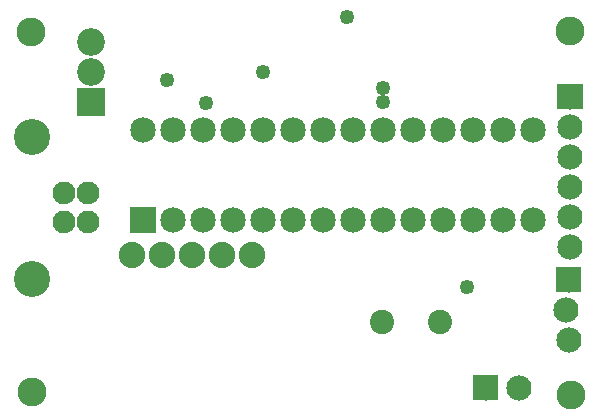
<source format=gbs>
G04 MADE WITH FRITZING*
G04 WWW.FRITZING.ORG*
G04 DOUBLE SIDED*
G04 HOLES PLATED*
G04 CONTOUR ON CENTER OF CONTOUR VECTOR*
%ASAXBY*%
%FSLAX23Y23*%
%MOIN*%
%OFA0B0*%
%SFA1.0B1.0*%
%ADD10C,0.049370*%
%ADD11C,0.096614*%
%ADD12C,0.085000*%
%ADD13C,0.080925*%
%ADD14C,0.080866*%
%ADD15C,0.092000*%
%ADD16C,0.088000*%
%ADD17C,0.084000*%
%ADD18C,0.076000*%
%ADD19C,0.120000*%
%ADD20R,0.085000X0.085000*%
%ADD21R,0.092000X0.092000*%
%ADD22R,0.001000X0.001000*%
%LNMASK0*%
G90*
G70*
G54D10*
X1534Y437D03*
X1256Y1098D03*
X664Y1050D03*
X1255Y1052D03*
X855Y1152D03*
X535Y1124D03*
X1134Y1336D03*
G54D11*
X1883Y77D03*
X84Y84D03*
X1877Y1288D03*
X83Y1287D03*
G54D12*
X455Y659D03*
X455Y959D03*
X555Y659D03*
X555Y959D03*
X655Y659D03*
X655Y959D03*
X755Y659D03*
X755Y959D03*
X855Y659D03*
X855Y959D03*
X955Y659D03*
X955Y959D03*
X1055Y659D03*
X1055Y959D03*
X1155Y659D03*
X1155Y959D03*
X1255Y659D03*
X1255Y959D03*
X1355Y659D03*
X1355Y959D03*
X1455Y659D03*
X1455Y959D03*
X1555Y659D03*
X1555Y959D03*
X1655Y659D03*
X1655Y959D03*
X1755Y659D03*
X1755Y959D03*
G54D13*
X1253Y318D03*
G54D14*
X1446Y318D03*
G54D15*
X282Y1052D03*
X282Y1152D03*
X282Y1252D03*
G54D16*
X418Y543D03*
X518Y543D03*
X618Y543D03*
X718Y543D03*
X818Y543D03*
G54D17*
X1880Y1070D03*
X1880Y970D03*
X1880Y870D03*
X1880Y770D03*
X1880Y670D03*
X1880Y570D03*
X1875Y459D03*
X1865Y359D03*
X1875Y259D03*
X1598Y99D03*
X1708Y99D03*
G54D18*
X271Y651D03*
X271Y750D03*
X193Y750D03*
X193Y651D03*
G54D19*
X86Y463D03*
X86Y937D03*
G54D20*
X455Y659D03*
G54D21*
X282Y1052D03*
G54D22*
X1838Y1112D02*
X1920Y1112D01*
X1837Y1111D02*
X1920Y1111D01*
X1837Y1110D02*
X1920Y1110D01*
X1837Y1109D02*
X1920Y1109D01*
X1837Y1108D02*
X1920Y1108D01*
X1837Y1107D02*
X1920Y1107D01*
X1837Y1106D02*
X1920Y1106D01*
X1837Y1105D02*
X1920Y1105D01*
X1837Y1104D02*
X1920Y1104D01*
X1837Y1103D02*
X1920Y1103D01*
X1837Y1102D02*
X1920Y1102D01*
X1837Y1101D02*
X1920Y1101D01*
X1837Y1100D02*
X1920Y1100D01*
X1837Y1099D02*
X1920Y1099D01*
X1837Y1098D02*
X1920Y1098D01*
X1837Y1097D02*
X1920Y1097D01*
X1837Y1096D02*
X1920Y1096D01*
X1837Y1095D02*
X1920Y1095D01*
X1837Y1094D02*
X1920Y1094D01*
X1837Y1093D02*
X1920Y1093D01*
X1837Y1092D02*
X1920Y1092D01*
X1837Y1091D02*
X1920Y1091D01*
X1837Y1090D02*
X1920Y1090D01*
X1837Y1089D02*
X1920Y1089D01*
X1837Y1088D02*
X1920Y1088D01*
X1837Y1087D02*
X1920Y1087D01*
X1837Y1086D02*
X1920Y1086D01*
X1837Y1085D02*
X1875Y1085D01*
X1883Y1085D02*
X1920Y1085D01*
X1837Y1084D02*
X1872Y1084D01*
X1886Y1084D02*
X1920Y1084D01*
X1837Y1083D02*
X1870Y1083D01*
X1888Y1083D02*
X1920Y1083D01*
X1837Y1082D02*
X1868Y1082D01*
X1889Y1082D02*
X1920Y1082D01*
X1837Y1081D02*
X1867Y1081D01*
X1890Y1081D02*
X1920Y1081D01*
X1837Y1080D02*
X1867Y1080D01*
X1891Y1080D02*
X1920Y1080D01*
X1837Y1079D02*
X1866Y1079D01*
X1892Y1079D02*
X1920Y1079D01*
X1837Y1078D02*
X1865Y1078D01*
X1893Y1078D02*
X1920Y1078D01*
X1837Y1077D02*
X1865Y1077D01*
X1893Y1077D02*
X1920Y1077D01*
X1837Y1076D02*
X1864Y1076D01*
X1894Y1076D02*
X1920Y1076D01*
X1837Y1075D02*
X1864Y1075D01*
X1894Y1075D02*
X1920Y1075D01*
X1837Y1074D02*
X1864Y1074D01*
X1894Y1074D02*
X1920Y1074D01*
X1837Y1073D02*
X1864Y1073D01*
X1894Y1073D02*
X1920Y1073D01*
X1837Y1072D02*
X1864Y1072D01*
X1894Y1072D02*
X1920Y1072D01*
X1837Y1071D02*
X1863Y1071D01*
X1894Y1071D02*
X1920Y1071D01*
X1837Y1070D02*
X1863Y1070D01*
X1894Y1070D02*
X1920Y1070D01*
X1837Y1069D02*
X1864Y1069D01*
X1894Y1069D02*
X1920Y1069D01*
X1837Y1068D02*
X1864Y1068D01*
X1894Y1068D02*
X1920Y1068D01*
X1837Y1067D02*
X1864Y1067D01*
X1894Y1067D02*
X1920Y1067D01*
X1837Y1066D02*
X1864Y1066D01*
X1894Y1066D02*
X1920Y1066D01*
X1837Y1065D02*
X1864Y1065D01*
X1894Y1065D02*
X1920Y1065D01*
X1837Y1064D02*
X1865Y1064D01*
X1893Y1064D02*
X1920Y1064D01*
X1837Y1063D02*
X1865Y1063D01*
X1893Y1063D02*
X1920Y1063D01*
X1837Y1062D02*
X1866Y1062D01*
X1892Y1062D02*
X1920Y1062D01*
X1837Y1061D02*
X1866Y1061D01*
X1892Y1061D02*
X1920Y1061D01*
X1837Y1060D02*
X1867Y1060D01*
X1891Y1060D02*
X1920Y1060D01*
X1837Y1059D02*
X1868Y1059D01*
X1890Y1059D02*
X1920Y1059D01*
X1837Y1058D02*
X1869Y1058D01*
X1889Y1058D02*
X1920Y1058D01*
X1837Y1057D02*
X1871Y1057D01*
X1887Y1057D02*
X1920Y1057D01*
X1837Y1056D02*
X1874Y1056D01*
X1884Y1056D02*
X1920Y1056D01*
X1837Y1055D02*
X1920Y1055D01*
X1837Y1054D02*
X1920Y1054D01*
X1837Y1053D02*
X1920Y1053D01*
X1837Y1052D02*
X1920Y1052D01*
X1837Y1051D02*
X1920Y1051D01*
X1837Y1050D02*
X1920Y1050D01*
X1837Y1049D02*
X1920Y1049D01*
X1837Y1048D02*
X1920Y1048D01*
X1837Y1047D02*
X1920Y1047D01*
X1837Y1046D02*
X1920Y1046D01*
X1837Y1045D02*
X1920Y1045D01*
X1837Y1044D02*
X1920Y1044D01*
X1837Y1043D02*
X1920Y1043D01*
X1837Y1042D02*
X1920Y1042D01*
X1837Y1041D02*
X1920Y1041D01*
X1837Y1040D02*
X1920Y1040D01*
X1837Y1039D02*
X1920Y1039D01*
X1837Y1038D02*
X1920Y1038D01*
X1837Y1037D02*
X1920Y1037D01*
X1837Y1036D02*
X1920Y1036D01*
X1837Y1035D02*
X1920Y1035D01*
X1837Y1034D02*
X1920Y1034D01*
X1837Y1033D02*
X1920Y1033D01*
X1837Y1032D02*
X1920Y1032D01*
X1837Y1031D02*
X1920Y1031D01*
X1837Y1030D02*
X1920Y1030D01*
X1837Y1029D02*
X1920Y1029D01*
X1833Y502D02*
X1915Y502D01*
X1832Y501D02*
X1915Y501D01*
X1832Y500D02*
X1915Y500D01*
X1832Y499D02*
X1915Y499D01*
X1832Y498D02*
X1915Y498D01*
X1832Y497D02*
X1915Y497D01*
X1832Y496D02*
X1915Y496D01*
X1832Y495D02*
X1915Y495D01*
X1832Y494D02*
X1915Y494D01*
X1832Y493D02*
X1915Y493D01*
X1832Y492D02*
X1915Y492D01*
X1832Y491D02*
X1915Y491D01*
X1832Y490D02*
X1915Y490D01*
X1832Y489D02*
X1915Y489D01*
X1832Y488D02*
X1915Y488D01*
X1832Y487D02*
X1915Y487D01*
X1832Y486D02*
X1915Y486D01*
X1832Y485D02*
X1915Y485D01*
X1832Y484D02*
X1915Y484D01*
X1832Y483D02*
X1915Y483D01*
X1832Y482D02*
X1915Y482D01*
X1832Y481D02*
X1915Y481D01*
X1832Y480D02*
X1915Y480D01*
X1832Y479D02*
X1915Y479D01*
X1832Y478D02*
X1915Y478D01*
X1832Y477D02*
X1915Y477D01*
X1832Y476D02*
X1915Y476D01*
X1832Y475D02*
X1871Y475D01*
X1877Y475D02*
X1915Y475D01*
X1832Y474D02*
X1867Y474D01*
X1881Y474D02*
X1915Y474D01*
X1832Y473D02*
X1865Y473D01*
X1883Y473D02*
X1915Y473D01*
X1832Y472D02*
X1864Y472D01*
X1884Y472D02*
X1915Y472D01*
X1832Y471D02*
X1863Y471D01*
X1885Y471D02*
X1915Y471D01*
X1832Y470D02*
X1862Y470D01*
X1886Y470D02*
X1915Y470D01*
X1832Y469D02*
X1861Y469D01*
X1887Y469D02*
X1915Y469D01*
X1832Y468D02*
X1860Y468D01*
X1888Y468D02*
X1915Y468D01*
X1832Y467D02*
X1860Y467D01*
X1888Y467D02*
X1915Y467D01*
X1832Y466D02*
X1859Y466D01*
X1888Y466D02*
X1915Y466D01*
X1832Y465D02*
X1859Y465D01*
X1889Y465D02*
X1915Y465D01*
X1832Y464D02*
X1859Y464D01*
X1889Y464D02*
X1915Y464D01*
X1832Y463D02*
X1859Y463D01*
X1889Y463D02*
X1915Y463D01*
X1832Y462D02*
X1859Y462D01*
X1889Y462D02*
X1915Y462D01*
X1832Y461D02*
X1858Y461D01*
X1889Y461D02*
X1915Y461D01*
X1832Y460D02*
X1858Y460D01*
X1889Y460D02*
X1915Y460D01*
X1832Y459D02*
X1858Y459D01*
X1889Y459D02*
X1915Y459D01*
X1832Y458D02*
X1859Y458D01*
X1889Y458D02*
X1915Y458D01*
X1832Y457D02*
X1859Y457D01*
X1889Y457D02*
X1915Y457D01*
X1832Y456D02*
X1859Y456D01*
X1889Y456D02*
X1915Y456D01*
X1832Y455D02*
X1859Y455D01*
X1889Y455D02*
X1915Y455D01*
X1832Y454D02*
X1860Y454D01*
X1888Y454D02*
X1915Y454D01*
X1832Y453D02*
X1860Y453D01*
X1888Y453D02*
X1915Y453D01*
X1832Y452D02*
X1861Y452D01*
X1887Y452D02*
X1915Y452D01*
X1832Y451D02*
X1861Y451D01*
X1887Y451D02*
X1915Y451D01*
X1832Y450D02*
X1862Y450D01*
X1886Y450D02*
X1915Y450D01*
X1832Y449D02*
X1863Y449D01*
X1885Y449D02*
X1915Y449D01*
X1832Y448D02*
X1864Y448D01*
X1884Y448D02*
X1915Y448D01*
X1832Y447D02*
X1866Y447D01*
X1882Y447D02*
X1915Y447D01*
X1832Y446D02*
X1868Y446D01*
X1880Y446D02*
X1915Y446D01*
X1832Y445D02*
X1915Y445D01*
X1832Y444D02*
X1915Y444D01*
X1832Y443D02*
X1915Y443D01*
X1832Y442D02*
X1915Y442D01*
X1832Y441D02*
X1915Y441D01*
X1832Y440D02*
X1915Y440D01*
X1832Y439D02*
X1915Y439D01*
X1832Y438D02*
X1915Y438D01*
X1832Y437D02*
X1915Y437D01*
X1832Y436D02*
X1915Y436D01*
X1832Y435D02*
X1915Y435D01*
X1832Y434D02*
X1915Y434D01*
X1832Y433D02*
X1915Y433D01*
X1832Y432D02*
X1915Y432D01*
X1832Y431D02*
X1915Y431D01*
X1832Y430D02*
X1915Y430D01*
X1832Y429D02*
X1915Y429D01*
X1832Y428D02*
X1915Y428D01*
X1832Y427D02*
X1915Y427D01*
X1832Y426D02*
X1915Y426D01*
X1832Y425D02*
X1915Y425D01*
X1832Y424D02*
X1915Y424D01*
X1832Y423D02*
X1915Y423D01*
X1832Y422D02*
X1915Y422D01*
X1832Y421D02*
X1915Y421D01*
X1832Y420D02*
X1915Y420D01*
X1832Y419D02*
X1915Y419D01*
X1556Y141D02*
X1639Y141D01*
X1556Y140D02*
X1639Y140D01*
X1556Y139D02*
X1639Y139D01*
X1556Y138D02*
X1639Y138D01*
X1556Y137D02*
X1639Y137D01*
X1556Y136D02*
X1639Y136D01*
X1556Y135D02*
X1639Y135D01*
X1556Y134D02*
X1639Y134D01*
X1556Y133D02*
X1639Y133D01*
X1556Y132D02*
X1639Y132D01*
X1556Y131D02*
X1639Y131D01*
X1556Y130D02*
X1639Y130D01*
X1556Y129D02*
X1639Y129D01*
X1556Y128D02*
X1639Y128D01*
X1556Y127D02*
X1639Y127D01*
X1556Y126D02*
X1639Y126D01*
X1556Y125D02*
X1639Y125D01*
X1556Y124D02*
X1639Y124D01*
X1556Y123D02*
X1639Y123D01*
X1556Y122D02*
X1639Y122D01*
X1556Y121D02*
X1639Y121D01*
X1556Y120D02*
X1639Y120D01*
X1556Y119D02*
X1639Y119D01*
X1556Y118D02*
X1639Y118D01*
X1556Y117D02*
X1639Y117D01*
X1556Y116D02*
X1639Y116D01*
X1556Y115D02*
X1639Y115D01*
X1556Y114D02*
X1591Y114D01*
X1603Y114D02*
X1639Y114D01*
X1556Y113D02*
X1589Y113D01*
X1605Y113D02*
X1639Y113D01*
X1556Y112D02*
X1587Y112D01*
X1607Y112D02*
X1639Y112D01*
X1556Y111D02*
X1586Y111D01*
X1608Y111D02*
X1639Y111D01*
X1556Y110D02*
X1585Y110D01*
X1609Y110D02*
X1639Y110D01*
X1556Y109D02*
X1584Y109D01*
X1610Y109D02*
X1639Y109D01*
X1556Y108D02*
X1584Y108D01*
X1610Y108D02*
X1639Y108D01*
X1556Y107D02*
X1583Y107D01*
X1611Y107D02*
X1639Y107D01*
X1556Y106D02*
X1583Y106D01*
X1611Y106D02*
X1639Y106D01*
X1556Y105D02*
X1582Y105D01*
X1612Y105D02*
X1639Y105D01*
X1556Y104D02*
X1582Y104D01*
X1612Y104D02*
X1639Y104D01*
X1556Y103D02*
X1582Y103D01*
X1612Y103D02*
X1639Y103D01*
X1556Y102D02*
X1582Y102D01*
X1612Y102D02*
X1639Y102D01*
X1556Y101D02*
X1582Y101D01*
X1612Y101D02*
X1639Y101D01*
X1556Y100D02*
X1582Y100D01*
X1612Y100D02*
X1639Y100D01*
X1556Y99D02*
X1582Y99D01*
X1612Y99D02*
X1639Y99D01*
X1556Y98D02*
X1582Y98D01*
X1612Y98D02*
X1639Y98D01*
X1556Y97D02*
X1582Y97D01*
X1612Y97D02*
X1639Y97D01*
X1556Y96D02*
X1582Y96D01*
X1612Y96D02*
X1639Y96D01*
X1556Y95D02*
X1582Y95D01*
X1612Y95D02*
X1639Y95D01*
X1556Y94D02*
X1583Y94D01*
X1611Y94D02*
X1639Y94D01*
X1556Y93D02*
X1583Y93D01*
X1611Y93D02*
X1639Y93D01*
X1556Y92D02*
X1583Y92D01*
X1611Y92D02*
X1639Y92D01*
X1556Y91D02*
X1584Y91D01*
X1610Y91D02*
X1639Y91D01*
X1556Y90D02*
X1585Y90D01*
X1609Y90D02*
X1639Y90D01*
X1556Y89D02*
X1586Y89D01*
X1608Y89D02*
X1639Y89D01*
X1556Y88D02*
X1587Y88D01*
X1607Y88D02*
X1639Y88D01*
X1556Y87D02*
X1588Y87D01*
X1606Y87D02*
X1639Y87D01*
X1556Y86D02*
X1591Y86D01*
X1603Y86D02*
X1639Y86D01*
X1556Y85D02*
X1595Y85D01*
X1599Y85D02*
X1639Y85D01*
X1556Y84D02*
X1639Y84D01*
X1556Y83D02*
X1639Y83D01*
X1556Y82D02*
X1639Y82D01*
X1556Y81D02*
X1639Y81D01*
X1556Y80D02*
X1639Y80D01*
X1556Y79D02*
X1639Y79D01*
X1556Y78D02*
X1639Y78D01*
X1556Y77D02*
X1639Y77D01*
X1556Y76D02*
X1639Y76D01*
X1556Y75D02*
X1639Y75D01*
X1556Y74D02*
X1639Y74D01*
X1556Y73D02*
X1639Y73D01*
X1556Y72D02*
X1639Y72D01*
X1556Y71D02*
X1639Y71D01*
X1556Y70D02*
X1639Y70D01*
X1556Y69D02*
X1639Y69D01*
X1556Y68D02*
X1639Y68D01*
X1556Y67D02*
X1639Y67D01*
X1556Y66D02*
X1639Y66D01*
X1556Y65D02*
X1639Y65D01*
X1556Y64D02*
X1639Y64D01*
X1556Y63D02*
X1639Y63D01*
X1556Y62D02*
X1639Y62D01*
X1556Y61D02*
X1639Y61D01*
X1556Y60D02*
X1639Y60D01*
X1556Y59D02*
X1639Y59D01*
X1556Y58D02*
X1638Y58D01*
D02*
G04 End of Mask0*
M02*
</source>
